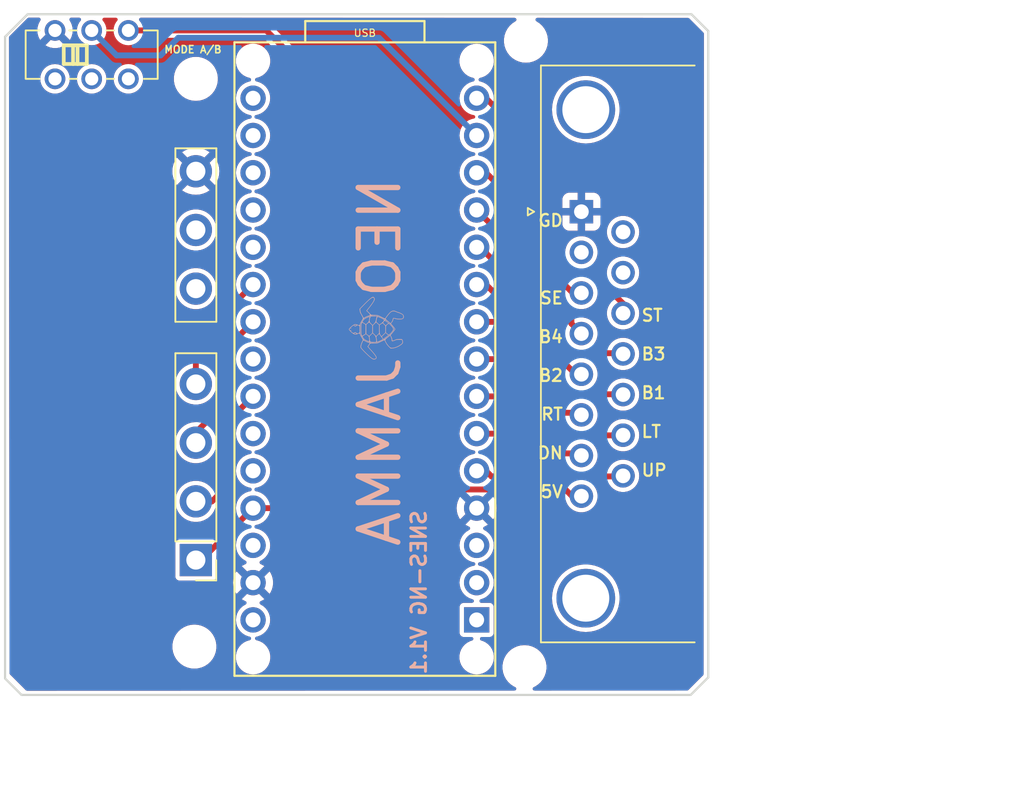
<source format=kicad_pcb>
(kicad_pcb (version 20221018) (generator pcbnew)
  (layers (0 "F.Cu" signal) (31 "B.Cu" signal) (34 "B.Paste" user) (35 "F.Paste" user) (36 "B.SilkS" user "B.Silkscreen") (37 "F.SilkS" user "F.Silkscreen") (38 "B.Mask" user) (39 "F.Mask" user) (44 "Edge.Cuts" user))
  (net 0 "")
  (net 1 "+5V")
  (net 2 "~")
  (net 3 "OUT_B4")
  (net 4 "OUT_B2")
  (net 5 "OUT_RIGHT")
  (net 6 "OUT_DOWN")
  (net 7 "OUT_START")
  (net 8 "OUT_B3")
  (net 9 "OUT_B1")
  (net 10 "OUT_LEFT")
  (net 11 "OUT_UP")
  (net 12 "LATCH_OUT")
  (net 14 "unconnected-(XA1-PadA1)")
  (net 15 "DATA_IN")
  (net 16 "CLK_OUT")
  (net 17 "OUT_SELECT")
  (net 24 "SWITCH_1")
  (footprint "Connectors_DSub:DSUB-15_Female_Horizontal_Pitch2.77x2.84mm_EdgePinOffset4.94mm_Housed_MountingHolesOffset7.48mm" (layer "F.Cu") (at 165.48 93.455 90)
    (fp_text reference "J3" (at -9.695 2.82 90) (layer "F.SilkS") (effects (font (size 0.127 0.127) (thickness 0.03175))))
    (fp_text value "DB15_Female")
    (fp_line (start -29.355 -2.76) (end 9.965 -2.76) (stroke (width 0.12)) (layer "F.SilkS"))
    (fp_line (start -29.355 7.72) (end -29.355 -2.76) (stroke (width 0.12)) (layer "F.SilkS"))
    (fp_line (start -0.25 -3.654338) (end 0.25 -3.654338) (stroke (width 0.12)) (layer "F.SilkS"))
    (fp_line (start 0 -3.221325) (end -0.25 -3.654338) (stroke (width 0.12)) (layer "F.SilkS"))
    (fp_line (start 0.25 -3.654338) (end 0 -3.221325) (stroke (width 0.12)) (layer "F.SilkS"))
    (fp_line (start 9.965 -2.76) (end 9.965 7.72) (stroke (width 0.12)) (layer "F.SilkS"))
    (pad "0" thru_hole circle (at -26.345 0.3 90) (size 4 4) (drill 3.2) (layers "*.Cu" "*.Mask"))
    (pad "0" thru_hole circle (at 6.955 0.3 90) (size 4 4) (drill 3.2) (layers "*.Cu" "*.Mask"))
    (pad "1" thru_hole rect (at 0 0 90) (size 1.6 1.6) (drill 1) (layers "*.Cu" "*.Mask") (net 2 "~"))
    (pad "2" thru_hole circle (at -2.77 0 90) (size 1.6 1.6) (drill 1) (layers "*.Cu" "*.Mask"))
    (pad "3" thru_hole circle (at -5.54 0 90) (size 1.6 1.6) (drill 1) (layers "*.Cu" "*.Mask") (net 17 "OUT_SELECT"))
    (pad "4" thru_hole circle (at -8.31 0 90) (size 1.6 1.6) (drill 1) (layers "*.Cu" "*.Mask") (net 3 "OUT_B4"))
    (pad "5" thru_hole circle (at -11.08 0 90) (size 1.6 1.6) (drill 1) (layers "*.Cu" "*.Mask") (net 4 "OUT_B2"))
    (pad "6" thru_hole circle (at -13.85 0 90) (size 1.6 1.6) (drill 1) (layers "*.Cu" "*.Mask") (net 5 "OUT_RIGHT"))
    (pad "7" thru_hole circle (at -16.62 0 90) (size 1.6 1.6) (drill 1) (layers "*.Cu" "*.Mask") (net 6 "OUT_DOWN"))
    (pad "8" thru_hole circle (at -19.39 0 90) (size 1.6 1.6) (drill 1) (layers "*.Cu" "*.Mask") (net 1 "+5V"))
    (pad "9" thru_hole circle (at -1.385 2.84 90) (size 1.6 1.6) (drill 1) (layers "*.Cu" "*.Mask"))
    (pad "10" thru_hole circle (at -4.155 2.84 90) (size 1.6 1.6) (drill 1) (layers "*.Cu" "*.Mask"))
    (pad "11" thru_hole circle (at -6.925 2.84 90) (size 1.6 1.6) (drill 1) (layers "*.Cu" "*.Mask") (net 7 "OUT_START"))
    (pad "12" thru_hole circle (at -9.695 2.84 90) (size 1.6 1.6) (drill 1) (layers "*.Cu" "*.Mask") (net 8 "OUT_B3"))
    (pad "13" thru_hole circle (at -12.465 2.84 90) (size 1.6 1.6) (drill 1) (layers "*.Cu" "*.Mask") (net 9 "OUT_B1"))
    (pad "14" thru_hole circle (at -15.235 2.84 90) (size 1.6 1.6) (drill 1) (layers "*.Cu" "*.Mask") (net 10 "OUT_LEFT"))
    (pad "15" thru_hole circle (at -18.005 2.84 90) (size 1.6 1.6) (drill 1) (layers "*.Cu" "*.Mask") (net 11 "OUT_UP"))
  )
  (footprint "Arduino:Arduino_Nano_Socket" (layer "F.Cu") (at 150.72 81.91 180)
    (fp_text reference "XA1" hide)
    (fp_text value "Arduino_Nano_Socket")
    (fp_text user "3.3V" (at 7.56 -6.385 270) (layer "F.SilkS") (effects (font (size 0.127 0.127) (thickness 0.03175))))
    (fp_text user "USB" (at 0 0.635 180) (layer "F.SilkS") (effects (font (size 0.5 0.5) (thickness 0.075))))
    (fp_line (start -8.89 -43.18) (end -8.89 0) (stroke (width 0.15)) (layer "F.SilkS"))
    (fp_line (start -8.89 -43.18) (end 8.89 -43.18) (stroke (width 0.15)) (layer "F.SilkS"))
    (fp_line (start -8.89 0) (end 8.89 0) (stroke (width 0.15)) (layer "F.SilkS"))
    (fp_line (start -4.064 0) (end -4.064 1.45) (stroke (width 0.15)) (layer "F.SilkS"))
    (fp_line (start -4.064 1.45) (end 4.064 1.45) (stroke (width 0.15)) (layer "F.SilkS"))
    (fp_line (start 4.064 1.45) (end 4.064 0) (stroke (width 0.15)) (layer "F.SilkS"))
    (fp_line (start 8.89 -43.18) (end 8.89 0) (stroke (width 0.15)) (layer "F.SilkS"))
    (pad "" np_thru_hole circle (at -7.62 -41.91 180) (size 1.85 1.85) (drill 1.85) (layers "*.Cu" "*.Mask"))
    (pad "" np_thru_hole circle (at -7.62 -1.27 180) (size 1.85 1.85) (drill 1.85) (layers "*.Cu" "*.Mask"))
    (pad "" np_thru_hole circle (at 7.62 -41.91 180) (size 1.85 1.85) (drill 1.85) (layers "*.Cu" "*.Mask"))
    (pad "" np_thru_hole circle (at 7.62 -1.27 180) (size 1.85 1.85) (drill 1.85) (layers "*.Cu" "*.Mask"))
    (pad "3V3" thru_hole circle (at 7.62 -6.35 180) (size 1.7272 1.7272) (drill 1.016) (layers "*.Cu" "*.Mask"))
    (pad "5V" thru_hole circle (at 7.62 -31.75 180) (size 1.7272 1.7272) (drill 1.016) (layers "*.Cu" "*.Mask") (net 1 "+5V"))
    (pad "A0" thru_hole circle (at 7.62 -11.43 180) (size 1.7272 1.7272) (drill 1.016) (layers "*.Cu" "*.Mask"))
    (pad "A1" thru_hole circle (at 7.62 -13.97 180) (size 1.7272 1.7272) (drill 1.016) (layers "*.Cu" "*.Mask") (net 14 "unconnected-(XA1-PadA1)"))
    (pad "A2" thru_hole circle (at 7.62 -16.51 180) (size 1.7272 1.7272) (drill 1.016) (layers "*.Cu" "*.Mask") (net 15 "DATA_IN"))
    (pad "A3" thru_hole circle (at 7.62 -19.05 180) (size 1.7272 1.7272) (drill 1.016) (layers "*.Cu" "*.Mask") (net 12 "LATCH_OUT"))
    (pad "A4" thru_hole circle (at 7.62 -21.59 180) (size 1.7272 1.7272) (drill 1.016) (layers "*.Cu" "*.Mask"))
    (pad "A5" thru_hole circle (at 7.62 -24.13 180) (size 1.7272 1.7272) (drill 1.016) (layers "*.Cu" "*.Mask") (net 16 "CLK_OUT"))
    (pad "A6" thru_hole circle (at 7.62 -26.67 180) (size 1.7272 1.7272) (drill 1.016) (layers "*.Cu" "*.Mask"))
    (pad "A7" thru_hole circle (at 7.62 -29.21 180) (size 1.7272 1.7272) (drill 1.016) (layers "*.Cu" "*.Mask"))
    (pad "AREF" thru_hole circle (at 7.62 -8.89 180) (size 1.7272 1.7272) (drill 1.016) (layers "*.Cu" "*.Mask"))
    (pad "D0" thru_hole circle (at -7.62 -36.83 180) (size 1.7272 1.7272) (drill 1.016) (layers "*.Cu" "*.Mask"))
    (pad "D1" thru_hole rect (at -7.62 -39.37 180) (size 1.7272 1.7272) (drill 1.016) (layers "*.Cu" "*.Mask"))
    (pad "D2" thru_hole circle (at -7.62 -29.21 180) (size 1.7272 1.7272) (drill 1.016) (layers "*.Cu" "*.Mask") (net 11 "OUT_UP"))
    (pad "D3" thru_hole circle (at -7.62 -26.67 180) (size 1.7272 1.7272) (drill 1.016) (layers "*.Cu" "*.Mask") (net 6 "OUT_DOWN"))
    (pad "D4" thru_hole circle (at -7.62 -24.13 180) (size 1.7272 1.7272) (drill 1.016) (layers "*.Cu" "*.Mask") (net 10 "OUT_LEFT"))
    (pad "D5" thru_hole circle (at -7.62 -21.59 180) (size 1.7272 1.7272) (drill 1.016) (layers "*.Cu" "*.Mask") (net 5 "OUT_RIGHT"))
    (pad "D6" thru_hole circle (at -7.62 -19.05 180) (size 1.7272 1.7272) (drill 1.016) (layers "*.Cu" "*.Mask") (net 9 "OUT_B1"))
    (pad "D7" thru_hole circle (at -7.62 -16.51 180) (size 1.7272 1.7272) (drill 1.016) (layers "*.Cu" "*.Mask") (net 4 "OUT_B2"))
    (pad "D8" thru_hole circle (at -7.62 -13.97 180) (size 1.7272 1.7272) (drill 1.016) (layers "*.Cu" "*.Mask") (net 8 "OUT_B3"))
    (pad "D9" thru_hole circle (at -7.62 -11.43 180) (size 1.7272 1.7272) (drill 1.016) (layers "*.Cu" "*.Mask") (net 3 "OUT_B4"))
    (pad "D10" thru_hole circle (at -7.62 -8.89 180) (size 1.7272 1.7272) (drill 1.016) (layers "*.Cu" "*.Mask") (net 17 "OUT_SELECT"))
    (pad "D11" thru_hole circle (at -7.62 -6.35 180) (size 1.7272 1.7272) (drill 1.016) (layers "*.Cu" "*.Mask") (net 24 "SWITCH_1"))
    (pad "D12" thru_hole circle (at -7.62 -3.81 180) (size 1.7272 1.7272) (drill 1.016) (layers "*.Cu" "*.Mask") (net 7 "OUT_START"))
    (pad "D13" thru_hole circle (at 7.62 -3.81 180) (size 1.7272 1.7272) (drill 1.016) (layers "*.Cu" "*.Mask"))
    (pad "GND1" thru_hole circle (at -7.62 -31.75 180) (size 1.7272 1.7272) (drill 1.016) (layers "*.Cu" "*.Mask") (net 2 "~"))
    (pad "GND2" thru_hole circle (at 7.62 -36.83 180) (size 1.7272 1.7272) (drill 1.016) (layers "*.Cu" "*.Mask") (net 2 "~"))
    (pad "RST1" thru_hole circle (at -7.62 -34.29 180) (size 1.7272 1.7272) (drill 1.016) (layers "*.Cu" "*.Mask"))
    (pad "RST2" thru_hole circle (at 7.62 -34.29 180) (size 1.7272 1.7272) (drill 1.016) (layers "*.Cu" "*.Mask"))
    (pad "VIN" thru_hole circle (at 7.62 -39.37 180) (size 1.7272 1.7272) (drill 1.016) (layers "*.Cu" "*.Mask"))
  )
  (footprint "SNES_Controller_Port:SNES_controller_port" (layer "F.Cu") (at 139.2 117.2 180)
    (fp_text reference "J2" (at 0 12.01 180) (layer "F.SilkS") (effects (font (size 0.127 0.127) (thickness 0.03175))))
    (fp_text value "Conn_01x07")
    (fp_line (start -1.397 1.27) (end -1.397 14.097) (stroke (width 0.127)) (layer "F.SilkS"))
    (fp_line (start -1.397 14.097) (end 1.397 14.097) (stroke (width 0.127)) (layer "F.SilkS"))
    (fp_line (start -1.397 16.24) (end -1.397 28.067) (stroke (width 0.127)) (layer "F.SilkS"))
    (fp_line (start -1.397 28.067) (end 1.397 28.067) (stroke (width 0.127)) (layer "F.SilkS"))
    (fp_line (start -1.39 -1.39) (end 0 -1.39) (stroke (width 0.12)) (layer "F.SilkS"))
    (fp_line (start -1.39 0) (end -1.39 -1.39) (stroke (width 0.12)) (layer "F.SilkS"))
    (fp_line (start 1.39 1.27) (end -1.39 1.27) (stroke (width 0.12)) (layer "F.SilkS"))
    (fp_line (start 1.39 16.24) (end -1.39 16.24) (stroke (width 0.12)) (layer "F.SilkS"))
    (fp_line (start 1.397 14.097) (end 1.397 1.27) (stroke (width 0.127)) (layer "F.SilkS"))
    (fp_line (start 1.397 28.067) (end 1.397 16.24) (stroke (width 0.127)) (layer "F.SilkS"))
    (pad "1" thru_hole rect (at 0 0 180) (size 2.2 2.2) (drill 1.3) (layers "*.Cu" "*.Mask") (net 1 "+5V"))
    (pad "2" thru_hole circle (at 0 4 180) (size 2.2 2.2) (drill 1.3) (layers "*.Cu" "*.Mask") (net 16 "CLK_OUT"))
    (pad "3" thru_hole circle (at 0 8 180) (size 2.2 2.2) (drill 1.3) (layers "*.Cu" "*.Mask") (net 12 "LATCH_OUT"))
    (pad "4" thru_hole circle (at 0 12 180) (size 2.2 2.2) (drill 1.3) (layers "*.Cu" "*.Mask") (net 15 "DATA_IN"))
    (pad "5" thru_hole circle (at 0 18.5 180) (size 2.2 2.2) (drill 1.3) (layers "*.Cu" "*.Mask"))
    (pad "6" thru_hole circle (at 0 22.5 180) (size 2.2 2.2) (drill 1.3) (layers "*.Cu" "*.Mask"))
    (pad "7" thru_hole circle (at 0 26.5 180) (size 2.2 2.2) (drill 1.3) (layers "*.Cu" "*.Mask") (net 2 "~"))
  )
  (footprint "JS202011CQN:JS202011CQN" (layer "F.Cu") (at 132.1 82.75)
    (fp_text reference "SW1" (at 0 -1.7) (layer "F.SilkS") (effects (font (size 0.127 0.127) (thickness 0.03175))))
    (fp_text value "SW_SPDT" hide)
    (fp_line (start -4.5 1.65) (end -4.5 -1.65) (stroke (width 0.127)) (layer "F.SilkS"))
    (fp_line (start -4.445 -1.651) (end -3.556 -1.651) (stroke (width 0.127)) (layer "F.SilkS"))
    (fp_line (start -4.445 1.651) (end -3.556 1.651) (stroke (width 0.127)) (layer "F.SilkS"))
    (fp_line (start -1.905 -0.635) (end -1.905 0.635) (stroke (width 0.254)) (layer "F.SilkS"))
    (fp_line (start -1.905 0.635) (end -1.27 0.635) (stroke (width 0.254)) (layer "F.SilkS"))
    (fp_line (start -1.524 -1.651) (end -1.016 -1.651) (stroke (width 0.127)) (layer "F.SilkS"))
    (fp_line (start -1.524 1.651) (end -1.016 1.651) (stroke (width 0.127)) (layer "F.SilkS"))
    (fp_line (start -1.27 -0.635) (end -1.905 -0.635) (stroke (width 0.254)) (layer "F.SilkS"))
    (fp_line (start -1.27 -0.635) (end -1.27 0.635) (stroke (width 0.254)) (layer "F.SilkS"))
    (fp_line (start -1.27 0.635) (end -0.9652 0.635) (stroke (width 0.254)) (layer "F.SilkS"))
    (fp_line (start -0.9652 -0.635) (end -1.27 -0.635) (stroke (width 0.254)) (layer "F.SilkS"))
    (fp_line (start -0.9652 -0.635) (end -0.9652 0.635) (stroke (width 0.254)) (layer "F.SilkS"))
    (fp_line (start -0.9652 0.635) (end -0.3302 0.635) (stroke (width 0.254)) (layer "F.SilkS"))
    (fp_line (start -0.3302 -0.635) (end -0.9652 -0.635) (stroke (width 0.254)) (layer "F.SilkS"))
    (fp_line (start -0.3302 0.635) (end -0.3302 -0.635) (stroke (width 0.254)) (layer "F.SilkS"))
    (fp_line (start 1.016 -1.651) (end 1.524 -1.651) (stroke (width 0.127)) (layer "F.SilkS"))
    (fp_line (start 1.016 1.651) (end 1.524 1.651) (stroke (width 0.127)) (layer "F.SilkS"))
    (fp_line (start 4.445 -1.651) (end 3.556 -1.651) (stroke (width 0.127)) (layer "F.SilkS"))
    (fp_line (start 4.445 1.651) (end 3.556 1.651) (stroke (width 0.127)) (layer "F.SilkS"))
    (fp_line (start 4.5 -1.65) (end 4.5 1.65) (stroke (width 0.127)) (layer "F.SilkS"))
    (pad "1" thru_hole circle (at -2.5 -1.65 90) (size 1.408 1.408) (drill 0.9) (layers "*.Cu" "*.Mask") (net 2 "~"))
    (pad "2" thru_hole circle (at 0 -1.65 90) (size 1.408 1.408) (drill 0.9) (layers "*.Cu" "*.Mask") (net 24 "SWITCH_1"))
    (pad "3" thru_hole circle (at 2.5 -1.65 90) (size 1.408 1.408) (drill 0.9) (layers "*.Cu" "*.Mask") (net 1 "+5V"))
    (pad "4" thru_hole circle (at -2.5 1.65 90) (size 1.408 1.408) (drill 0.9) (layers "*.Cu" "*.Mask"))
    (pad "5" thru_hole circle (at 0 1.65 90) (size 1.408 1.408) (drill 0.9) (layers "*.Cu" "*.Mask"))
    (pad "6" thru_hole circle (at 2.5 1.65 90) (size 1.408 1.408) (drill 0.9) (layers "*.Cu" "*.Mask"))
  )
  (footprint "MountingHole:MountingHole_2.5mm" (layer "F.Cu") (at 139.2 84.4)
    (fp_text reference "H1" hide)
    (fp_text value "Conn_01x01")
    (pad "" np_thru_hole circle (at 0 0) (size 2.5 2.5) (drill 2.5) (layers "*.Cu" "*.Mask"))
  )
  (footprint "MountingHole:MountingHole_2.5mm" (layer "F.Cu") (at 161.6 124.5)
    (fp_text reference "H4" hide)
    (fp_text value "Conn_01x01")
    (pad "" np_thru_hole circle (at 0 0) (size 2.5 2.5) (drill 2.5) (layers "*.Cu" "*.Mask"))
  )
  (footprint "MountingHole:MountingHole_2.5mm" (layer "F.Cu") (at 139.1 123.1)
    (fp_text reference "H2" hide)
    (fp_text value "Conn_01x01")
    (pad "" np_thru_hole circle (at 0 0) (size 2.5 2.5) (drill 2.5) (layers "*.Cu" "*.Mask"))
  )
  (footprint "MountingHole:MountingHole_2.5mm" (layer "F.Cu") (at 161.7 81.8)
    (fp_text reference "H3" hide)
    (fp_text value "Conn_01x01")
    (pad "" np_thru_hole circle (at 0 0) (size 2.5 2.5) (drill 2.5) (layers "*.Cu" "*.Mask"))
  )
  (footprint "tortule:logo" (layer "B.Cu") (at 151.49 101.45 -90)
    (fp_text reference "HONU1" hide)
    (fp_text value "Conn_01x01" hide)
    (fp_poly (pts (xy 0.097675 1.742326) (xy 0.124729 1.718715) (xy 0.127 1.713001) (xy 0.114945 1.702562) (xy 0.089849 1.725954) (xy 0.086474 1.731125) (xy 0.08348 1.748506) (xy 0.097675 1.742326)) (stroke (width 0.01)) (fill solid) (layer "B.SilkS"))
    (fp_poly (pts (xy -0.033369 1.736193) (xy -0.0381 1.7272) (xy -0.062033 1.702943) (xy -0.066499 1.7018) (xy -0.068232 1.718208) (xy -0.0635 1.7272) (xy -0.039568 1.751458) (xy -0.035102 1.7526) (xy -0.033369 1.736193)) (stroke (width 0.01)) (fill solid) (layer "B.SilkS"))
    (fp_poly (pts (xy 0.5715 0.9271) (xy 0.668813 0.854582) (xy 0.735703 0.78228) (xy 0.789017 0.691802) (xy 0.791373 0.686996) (xy 0.873689 0.463773) (xy 0.910071 0.22424) (xy 0.909538 0.057274) (xy 0.89807 -0.064701) (xy 0.875642 -0.16148) (xy 0.835379 -0.258507) (xy 0.8115 -0.305443) (xy 0.687998 -0.512115) (xy 0.534362 -0.725409) (xy 0.364561 -0.92674) (xy 0.272677 -1.02235) (xy 0.186138 -1.105061) (xy 0.123236 -1.156641) (xy 0.073748 -1.183831) (xy 0.027454 -1.193371) (xy 0.0127 -1.1938) (xy -0.034626 -1.18823) (xy -0.082087 -1.167028) (xy -0.139904 -1.123453) (xy -0.218298 -1.050763) (xy -0.247278 -1.02235) (xy -0.38789 -0.871231) (xy -0.358947 -0.871231) (xy -0.328784 -0.916594) (xy -0.265759 -0.980275) (xy -0.228721 -1.015883) (xy -0.128242 -1.105338) (xy -0.047383 -1.155411) (xy 0.024405 -1.167591) (xy 0.097667 -1.14337) (xy 0.182953 -1.084237) (xy 0.193653 -1.075556) (xy 0.266568 -1.010769) (xy 0.329675 -0.94616) (xy 0.355395 -0.914687) (xy 0.403834 -0.846661) (xy 0.327067 -0.75353) (xy 0.250301 -0.6604) (xy 0.015278 -0.6604) (xy -0.097697 -0.661571) (xy -0.171803 -0.666678) (xy -0.218947 -0.678107) (xy -0.251038 -0.698245) (xy -0.269828 -0.71755) (xy -0.327712 -0.784459) (xy -0.358004 -0.831436) (xy -0.358947 -0.871231) (xy -0.38789 -0.871231) (xy -0.405129 -0.852704) (xy -0.556365 -0.664858) (xy -0.614804 -0.5811) (xy -0.5715 -0.5811) (xy -0.55784 -0.61376) (xy -0.522569 -0.672646) (xy -0.487596 -0.724492) (xy -0.403691 -0.843529) (xy -0.318173 -0.745614) (xy -0.232655 -0.6477) (xy -0.237637 -0.642543) (xy 0.257464 -0.642543) (xy 0.338282 -0.739913) (xy 0.385577 -0.795807) (xy 0.417299 -0.831246) (xy 0.42445 -0.837742) (xy 0.440703 -0.818903) (xy 0.479728 -0.768077) (xy 0.534539 -0.694447) (xy 0.56415 -0.65405) (xy 0.681257 -0.485277) (xy 0.767719 -0.340444) (xy 0.829823 -0.208608) (xy 0.848608 -0.158894) (xy 0.883844 -0.059024) (xy 0.5207 -0.002566) (xy 0.42545 -0.095337) (xy 0.371802 -0.150042) (xy 0.337314 -0.189924) (xy 0.330326 -0.202004) (xy 0.35004 -0.221666) (xy 0.4019 -0.260591) (xy 0.475181 -0.310784) (xy 0.48429 -0.316781) (xy 0.564919 -0.371998) (xy 0.630619 -0.421236) (xy 0.66763 -0.454162) (xy 0.668313 -0.454986) (xy 0.669748 -0.465159) (xy 0.638443 -0.447676) (xy 0.615541 -0.431576) (xy 0.532582 -0.370842) (xy 0.395023 -0.506692) (xy 0.257464 -0.642543) (xy -0.237637 -0.642543) (xy -0.324218 -0.552925) (xy -0.415782 -0.458151) (xy -0.493641 -0.507448) (xy -0.545035 -0.546087) (xy -0.570803 -0.577403) (xy -0.5715 -0.5811) (xy -0.614804 -0.5811) (xy -0.689144 -0.474554) (xy -0.789983 -0.300781) (xy -0.858933 -0.111962) (xy -0.861786 -0.091463) (xy -0.829999 -0.091463) (xy -0.82588 -0.130224) (xy -0.803096 -0.199614) (xy -0.767728 -0.285895) (xy -0.725855 -0.375332) (xy -0.683559 -0.454186) (xy -0.646919 -0.508721) (xy -0.643645 -0.512481) (xy -0.614476 -0.538466) (xy -0.584406 -0.538213) (xy -0.534804 -0.510192) (xy -0.523133 -0.502586) (xy -0.461364 -0.449597) (xy -0.450832 -0.437653) (xy -0.410995 -0.437653) (xy -0.314643 -0.536326) (xy -0.218291 -0.635) (xy 0.243035 -0.635) (xy 0.513479 -0.361154) (xy 0.415943 -0.294877) (xy 0.370419 -0.266238) (xy 0.326499 -0.247287) (xy 0.272412 -0.236039) (xy 0.196389 -0.230511) (xy 0.08666 -0.228717) (xy 0.022879 -0.2286) (xy -0.27265 -0.2286) (xy -0.341822 -0.333126) (xy -0.410995 -0.437653) (xy -0.450832 -0.437653) (xy -0.394849 -0.374168) (xy -0.363737 -0.331239) (xy -0.285601 -0.21316) (xy -0.385487 -0.106078) (xy -0.485372 0.001005) (xy -0.651013 -0.02784) (xy -0.740973 -0.048184) (xy -0.805245 -0.071811) (xy -0.829999 -0.091463) (xy -0.861786 -0.091463) (xy -0.888049 0.097231) (xy -0.885846 0.143333) (xy -0.863212 0.143333) (xy -0.862344 0.043815) (xy -0.857778 -0.014118) (xy -0.847288 -0.039657) (xy -0.828652 -0.041996) (xy -0.81915 -0.038783) (xy -0.770815 -0.025173) (xy -0.691762 -0.008019) (xy -0.6223 0.004872) (xy -0.618811 0.005682) (xy -0.462201 0.005682) (xy -0.273489 -0.2032) (xy 0.29449 -0.2032) (xy 0.393766 -0.101531) (xy 0.493043 0.000137) (xy 0.380933 0.114369) (xy 0.268823 0.2286) (xy -0.243424 0.2286) (xy -0.352812 0.117141) (xy -0.462201 0.005682) (xy -0.618811 0.005682) (xy -0.521007 0.028384) (xy -0.445064 0.0653) (xy -0.369029 0.128352) (xy -0.3619 0.135176) (xy -0.2539 0.239276) (xy -0.257873 0.243325) (xy 0.279299 0.243325) (xy 0.383828 0.136819) (xy 0.459009 0.06903) (xy 0.531244 0.030118) (xy 0.625794 0.006714) (xy 0.631528 0.005716) (xy 0.747498 -0.014023) (xy 0.82217 -0.021976) (xy 0.864584 -0.013212) (xy 0.883778 0.017204) (xy 0.88879 0.074203) (xy 0.888653 0.14605) (xy 0.887176 0.267861) (xy 0.878921 0.348404) (xy 0.857263 0.397213) (xy 0.815578 0.42382) (xy 0.747243 0.437759) (xy 0.680944 0.444988) (xy 0.502988 0.46286) (xy 0.391144 0.353092) (xy 0.279299 0.243325) (xy -0.257873 0.243325) (xy -0.360839 0.348238) (xy -0.436884 0.416916) (xy -0.499182 0.450206) (xy -0.545039 0.456595) (xy -0.639627 0.448703) (xy -0.731757 0.429417) (xy -0.804936 0.403192) (xy -0.841527 0.376487) (xy -0.851716 0.336253) (xy -0.85936 0.260233) (xy -0.863067 0.16343) (xy -0.863212 0.143333) (xy -0.885846 0.143333) (xy -0.877594 0.315981) (xy -0.84658 0.451529) (xy -0.825605 0.451529) (xy -0.814595 0.437866) (xy -0.792634 0.444015) (xy -0.74255 0.45652) (xy -0.664681 0.469179) (xy -0.6223 0.474314) (xy -0.595146 0.479043) (xy -0.464286 0.479043) (xy -0.353855 0.366522) (xy -0.243424 0.254) (xy 0.268823 0.254) (xy 0.376369 0.363582) (xy 0.483914 0.473163) (xy 0.406898 0.579482) (xy 0.329881 0.6858) (xy -0.300532 0.6858) (xy -0.382409 0.582422) (xy -0.464286 0.479043) (xy -0.595146 0.479043) (xy -0.53878 0.488859) (xy -0.477928 0.518937) (xy -0.416584 0.576936) (xy -0.403792 0.591196) (xy -0.312284 0.694572) (xy -0.314862 0.6985) (xy 0.340715 0.6985) (xy 0.418007 0.592954) (xy 0.453567 0.545917) (xy 0.485592 0.514205) (xy 0.525205 0.493795) (xy 0.583532 0.48067) (xy 0.671699 0.470808) (xy 0.78105 0.461779) (xy 0.827872 0.471843) (xy 0.8382 0.494576) (xy 0.8284 0.536943) (xy 0.803056 0.607822) (xy 0.776901 0.670559) (xy 0.713994 0.782257) (xy 0.633223 0.86263) (xy 0.60795 0.880407) (xy 0.543772 0.92107) (xy 0.507718 0.935131) (xy 0.486216 0.925009) (xy 0.472399 0.904561) (xy 0.439458 0.851142) (xy 0.396633 0.784167) (xy 0.392607 0.777988) (xy 0.340715 0.6985) (xy -0.314862 0.6985) (xy -0.365692 0.775934) (xy -0.40894 0.843041) (xy -0.444018 0.899473) (xy -0.447 0.904471) (xy -0.46638 0.930301) (xy -0.490678 0.933662) (xy -0.533463 0.912143) (xy -0.582595 0.880378) (xy -0.677804 0.793054) (xy -0.754432 0.667213) (xy -0.814535 0.501954) (xy -0.825605 0.451529) (xy -0.84658 0.451529) (xy -0.82783 0.533472) (xy -0.765974 0.686996) (xy -0.712875 0.778728) (xy -0.64696 0.851453) (xy -0.551382 0.923566) (xy -0.5461 0.9271) (xy -0.485415 0.967557) (xy -0.441685 0.967557) (xy -0.441391 0.946184) (xy -0.421648 0.905716) (xy -0.38023 0.836676) (xy -0.341823 0.77395) (xy -0.324169 0.747485) (xy -0.303212 0.729726) (xy -0.269693 0.719204) (xy -0.21435 0.71445) (xy -0.127923 0.713995) (xy -0.001152 0.716368) (xy 0.018396 0.7168) (xy 0.339438 0.7239) (xy 0.410714 0.845295) (xy 0.48199 0.966689) (xy 0.417141 0.991345) (xy 0.362461 1.001799) (xy 0.269579 1.009283) (xy 0.151008 1.013803) (xy 0.01926 1.015364) (xy -0.113154 1.013975) (xy -0.233722 1.009641) (xy -0.329932 1.002368) (xy -0.389272 0.992163) (xy -0.392846 0.990926) (xy -0.424761 0.979312) (xy -0.441685 0.967557) (xy -0.485415 0.967557) (xy -0.3937 1.0287) (xy 0.4191 1.0287) (xy 0.5715 0.9271)) (stroke (width 0.01)) (fill solid) (layer "B.SilkS"))
    (fp_poly (pts (xy 0.067268 1.834906) (xy 0.127446 1.784379) (xy 0.196065 1.713654) (xy 0.263256 1.633766) (xy 0.31915 1.555752) (xy 0.353877 1.490645) (xy 0.356074 1.484464) (xy 0.367916 1.424492) (xy 0.361926 1.356884) (xy 0.335628 1.268904) (xy 0.294006 1.165184) (xy 0.294066 1.131309) (xy 0.335852 1.109495) (xy 0.347735 1.106361) (xy 0.405082 1.084165) (xy 0.487044 1.042745) (xy 0.575954 0.991033) (xy 0.576611 0.990623) (xy 0.734123 0.892393) (xy 0.856011 0.949531) (xy 1.022945 1.019193) (xy 1.154818 1.055402) (xy 1.250415 1.057836) (xy 1.258644 1.056033) (xy 1.303159 1.03031) (xy 1.37735 0.969653) (xy 1.477503 0.877411) (xy 1.599904 0.756935) (xy 1.673653 0.681619) (xy 1.815155 0.532882) (xy 1.922335 0.413115) (xy 1.998398 0.317047) (xy 2.046547 0.239407) (xy 2.069985 0.174923) (xy 2.071916 0.118324) (xy 2.055545 0.064339) (xy 2.052629 0.05805) (xy 2.02215 0.008961) (xy 1.984684 -0.018417) (xy 1.936237 -0.022037) (xy 1.872815 0.00015) (xy 1.790425 0.050192) (xy 1.685072 0.130136) (xy 1.552763 0.242031) (xy 1.389505 0.387924) (xy 1.363894 0.411231) (xy 1.205349 0.555762) (xy 1.092039 0.479662) (xy 0.978728 0.403562) (xy 0.978314 0.156976) (xy 0.977162 0.044409) (xy 0.97144 -0.038515) (xy 0.957078 -0.108783) (xy 0.930005 -0.183382) (xy 0.886152 -0.279298) (xy 0.861495 -0.330554) (xy 0.745091 -0.5715) (xy 0.905444 -0.644716) (xy 1.082456 -0.75255) (xy 1.196643 -0.856282) (xy 1.327489 -0.994632) (xy 1.313484 -1.149082) (xy 1.285957 -1.282545) (xy 1.230926 -1.43162) (xy 1.157226 -1.57767) (xy 1.073693 -1.702056) (xy 1.02632 -1.754906) (xy 0.968953 -1.804295) (xy 0.919952 -1.822901) (xy 0.855046 -1.818869) (xy 0.842078 -1.816755) (xy 0.769246 -1.797069) (xy 0.716511 -1.769841) (xy 0.709042 -1.7627) (xy 0.69514 -1.718107) (xy 0.689842 -1.639741) (xy 0.692149 -1.543711) (xy 0.701063 -1.446128) (xy 0.715585 -1.363101) (xy 0.734717 -1.310742) (xy 0.737269 -1.307293) (xy 0.762954 -1.258793) (xy 0.785615 -1.188737) (xy 0.787237 -1.18182) (xy 0.797898 -1.122497) (xy 0.786502 -1.097378) (xy 0.743104 -1.091334) (xy 0.727575 -1.091052) (xy 0.656555 -1.078377) (xy 0.570266 -1.047723) (xy 0.534856 -1.030889) (xy 0.422013 -0.971874) (xy 0.236533 -1.133637) (xy 0.152923 -1.203338) (xy 0.080374 -1.257964) (xy 0.029176 -1.290053) (xy 0.013478 -1.2954) (xy -0.021592 -1.279649) (xy -0.083429 -1.23754) (xy -0.16112 -1.17679) (xy -0.197078 -1.146518) (xy -0.370061 -0.997637) (xy -0.457954 -1.071013) (xy -0.53635 -1.121483) (xy -0.621557 -1.15542) (xy -0.641223 -1.159641) (xy -0.702184 -1.170122) (xy -0.734666 -1.177137) (xy -0.736326 -1.177996) (xy -0.72949 -1.201772) (xy -0.712279 -1.259303) (xy -0.698226 -1.305786) (xy -0.673939 -1.417185) (xy -0.662089 -1.539982) (xy -0.662624 -1.658916) (xy -0.675494 -1.758723) (xy -0.699941 -1.823148) (xy -0.759252 -1.868062) (xy -0.839912 -1.881718) (xy -0.92326 -1.864161) (xy -0.984462 -1.82245) (xy -1.021686 -1.770618) (xy -1.064583 -1.694182) (xy -1.1047 -1.610583) (xy -1.133585 -1.537264) (xy -1.143 -1.495267) (xy -1.153306 -1.459174) (xy -1.17932 -1.396594) (xy -1.1938 -1.365602) (xy -1.238964 -1.239717) (xy -1.239173 -1.222597) (xy -1.214503 -1.222597) (xy -1.173619 -1.354554) (xy -1.1684 -1.365602) (xy -1.137818 -1.433876) (xy -1.119716 -1.483899) (xy -1.1176 -1.495267) (xy -1.106315 -1.540752) (xy -1.077894 -1.612659) (xy -1.040496 -1.693355) (xy -1.002275 -1.765206) (xy -0.972148 -1.80975) (xy -0.915204 -1.843856) (xy -0.840182 -1.855459) (xy -0.767338 -1.844923) (xy -0.716928 -1.812613) (xy -0.712094 -1.805069) (xy -0.69455 -1.74056) (xy -0.687043 -1.642703) (xy -0.689222 -1.527877) (xy -0.700737 -1.412459) (xy -0.721238 -1.312829) (xy -0.72272 -1.3078) (xy -0.741933 -1.234121) (xy -0.750202 -1.181534) (xy -0.748736 -1.167487) (xy -0.718738 -1.152178) (xy -0.658906 -1.137194) (xy -0.645956 -1.134937) (xy -0.564199 -1.108877) (xy -0.481214 -1.063912) (xy -0.46836 -1.054646) (xy -0.382642 -0.989266) (xy -0.524757 -0.812133) (xy -0.59041 -0.733379) (xy -0.645757 -0.67262) (xy -0.682325 -0.638921) (xy -0.690388 -0.635) (xy -0.726652 -0.650595) (xy -0.790288 -0.691924) (xy -0.870849 -0.750801) (xy -0.957889 -0.819041) (xy -1.040965 -0.888456) (xy -1.109628 -0.950863) (xy -1.153053 -0.997571) (xy -1.207697 -1.104774) (xy -1.214503 -1.222597) (xy -1.239173 -1.222597) (xy -1.240301 -1.130719) (xy -1.196534 -1.02774) (xy -1.146384 -0.962371) (xy -1.076116 -0.892154) (xy -0.982205 -0.810803) (xy -0.883699 -0.734716) (xy -0.873334 -0.727325) (xy -0.6985 -0.603858) (xy -0.8255 -0.349295) (xy -0.88079 -0.236924) (xy -0.917131 -0.154475) (xy -0.938499 -0.08654) (xy -0.948867 -0.017706) (xy -0.952211 0.067437) (xy -0.952425 0.123508) (xy -0.925585 0.123508) (xy -0.923506 0.020885) (xy -0.916057 -0.057207) (xy -0.898923 -0.127419) (xy -0.86779 -0.206402) (xy -0.818341 -0.310809) (xy -0.807111 -0.333692) (xy -0.737634 -0.462579) (xy -0.653627 -0.600386) (xy -0.569701 -0.723605) (xy -0.541926 -0.760369) (xy -0.463062 -0.853971) (xy -0.37077 -0.952788) (xy -0.272985 -1.049529) (xy -0.177641 -1.136903) (xy -0.092673 -1.20762) (xy -0.026016 -1.254388) (xy 0.0127 -1.27) (xy 0.047587 -1.254109) (xy 0.109558 -1.21144) (xy 0.188207 -1.149494) (xy 0.235153 -1.109619) (xy 0.385836 -0.958049) (xy 0.437917 -0.958049) (xy 0.549838 -1.012424) (xy 0.636902 -1.045741) (xy 0.722889 -1.064946) (xy 0.749344 -1.0668) (xy 0.807603 -1.070005) (xy 0.828011 -1.089443) (xy 0.823496 -1.139849) (xy 0.82177 -1.14935) (xy 0.798319 -1.229405) (xy 0.76768 -1.294145) (xy 0.741753 -1.369913) (xy 0.728245 -1.493908) (xy 0.726325 -1.559329) (xy 0.725971 -1.660462) (xy 0.729976 -1.722137) (xy 0.741471 -1.755681) (xy 0.763586 -1.772421) (xy 0.7874 -1.780302) (xy 0.882334 -1.799049) (xy 0.951289 -1.787302) (xy 1.012186 -1.740122) (xy 1.037305 -1.711436) (xy 1.136117 -1.568881) (xy 1.216542 -1.408815) (xy 1.270502 -1.249347) (xy 1.288064 -1.149305) (xy 1.294167 -1.065205) (xy 1.288892 -1.009293) (xy 1.265346 -0.962091) (xy 1.216634 -0.904121) (xy 1.191638 -0.876897) (xy 1.107956 -0.800812) (xy 1.001975 -0.724728) (xy 0.890691 -0.659273) (xy 0.791101 -0.615073) (xy 0.757755 -0.605597) (xy 0.72046 -0.621477) (xy 0.661105 -0.67747) (xy 0.583478 -0.769959) (xy 0.577638 -0.777474) (xy 0.437917 -0.958049) (xy 0.385836 -0.958049) (xy 0.479748 -0.863585) (xy 0.689621 -0.5844) (xy 0.833987 -0.330637) (xy 0.887447 -0.219528) (xy 0.921817 -0.137353) (xy 0.941299 -0.067898) (xy 0.950094 0.00505) (xy 0.952405 0.097705) (xy 0.952461 0.126563) (xy 0.938987 0.317327) (xy 0.901267 0.504626) (xy 0.843453 0.672399) (xy 0.781528 0.787783) (xy 0.730422 0.844667) (xy 0.691896 0.877509) (xy 0.768447 0.877509) (xy 0.776092 0.854334) (xy 0.802245 0.79923) (xy 0.835726 0.734581) (xy 0.879071 0.645082) (xy 0.913184 0.559717) (xy 0.926547 0.51435) (xy 0.943483 0.458381) (xy 0.961707 0.432086) (xy 0.963395 0.4318) (xy 0.993966 0.444918) (xy 1.051118 0.478539) (xy 1.094152 0.506481) (xy 1.205349 0.581162) (xy 1.363478 0.436631) (xy 1.533215 0.284032) (xy 1.671416 0.1662) (xy 1.781642 0.081172) (xy 1.867452 0.026986) (xy 1.932405 0.00168) (xy 1.980063 0.003293) (xy 2.013983 0.029863) (xy 2.033462 0.067348) (xy 2.046911 0.123616) (xy 2.041901 0.182608) (xy 2.015077 0.249731) (xy 1.963082 0.330388) (xy 1.882562 0.429987) (xy 1.770161 0.553931) (xy 1.659736 0.669402) (xy 1.534175 0.795916) (xy 1.425655 0.899465) (xy 1.338849 0.975851) (xy 1.278425 1.020876) (xy 1.257428 1.030938) (xy 1.171782 1.032481) (xy 1.054892 1.004928) (xy 0.91548 0.950539) (xy 0.8763 0.932126) (xy 0.8137 0.901257) (xy 0.77432 0.880984) (xy 0.768447 0.877509) (xy 0.691896 0.877509) (xy 0.651617 0.911845) (xy 0.561885 0.975059) (xy 0.559118 0.976797) (xy 0.394872 1.0795) (xy -0.369473 1.0795) (xy -0.533719 0.976797) (xy -0.623521 0.913932) (xy -0.702915 0.846664) (xy -0.755129 0.789248) (xy -0.756129 0.787783) (xy -0.829751 0.645144) (xy -0.885029 0.469431) (xy -0.917969 0.276301) (xy -0.925585 0.123508) (xy -0.952425 0.123508) (xy -0.9525 0.143117) (xy -0.95549 0.271924) (xy -0.96442 0.351319) (xy -0.979228 0.380796) (xy -0.980775 0.380983) (xy -1.01127 0.398362) (xy -1.064021 0.443903) (xy -1.127512 0.507647) (xy -1.245975 0.634293) (xy -1.429438 0.486511) (xy -1.600101 0.353591) (xy -1.749905 0.246136) (xy -1.87492 0.166652) (xy -1.971215 0.117647) (xy -2.033139 0.1016) (xy -2.104853 0.118114) (xy -2.161098 0.159092) (xy -2.184391 0.211686) (xy -2.184401 0.212742) (xy -2.183772 0.214641) (xy -2.149763 0.214641) (xy -2.137663 0.17014) (xy -2.13555 0.16745) (xy -2.080142 0.131858) (xy -2.002523 0.134706) (xy -1.899688 0.176668) (xy -1.787304 0.245565) (xy -1.681386 0.320414) (xy -1.559908 0.410519) (xy -1.44623 0.49849) (xy -1.427924 0.513138) (xy -1.242948 0.662147) (xy -1.12128 0.529827) (xy -1.040599 0.451175) (xy -0.981154 0.416393) (xy -0.93909 0.42518) (xy -0.910553 0.477235) (xy -0.901525 0.512634) (xy -0.879285 0.583126) (xy -0.84137 0.672721) (xy -0.813613 0.728515) (xy -0.743366 0.86013) (xy -0.860633 0.919015) (xy -0.944797 0.963472) (xy -1.021676 1.00762) (xy -1.046853 1.023441) (xy -1.114172 1.053925) (xy -1.203822 1.077857) (xy -1.242782 1.08402) (xy -1.369759 1.099058) (xy -1.711069 0.763508) (xy -1.871517 0.601583) (xy -1.993765 0.468325) (xy -2.079659 0.361143) (xy -2.131043 0.277445) (xy -2.149763 0.214641) (xy -2.183772 0.214641) (xy -2.164509 0.272758) (xy -2.105632 0.362397) (xy -2.008967 0.480202) (xy -1.875711 0.624714) (xy -1.707061 0.794478) (xy -1.704314 0.797165) (xy -1.369512 1.124429) (xy -1.240867 1.109193) (xy -1.16093 1.095914) (xy -1.100711 1.079069) (xy -1.083161 1.070037) (xy -1.045258 1.045496) (xy -0.980017 1.008837) (xy -0.901774 0.967459) (xy -0.824865 0.928761) (xy -0.763624 0.900141) (xy -0.732418 0.889) (xy -0.703494 0.901611) (xy -0.64388 0.934924) (xy -0.56561 0.982161) (xy -0.552725 0.990204) (xy -0.461106 1.042908) (xy -0.374102 1.085007) (xy -0.310085 1.107642) (xy -0.308565 1.107958) (xy -0.252797 1.125491) (xy -0.239091 1.151344) (xy -0.243329 1.165504) (xy -0.289445 1.281799) (xy -0.313009 1.366627) (xy -0.313412 1.374281) (xy -0.293015 1.374281) (xy -0.277074 1.340594) (xy -0.246378 1.342667) (xy -0.239164 1.347973) (xy -0.206233 1.403965) (xy -0.215532 1.469617) (xy -0.23495 1.498646) (xy -0.253198 1.521146) (xy -0.236287 1.511112) (xy -0.22225 1.500615) (xy -0.182499 1.445356) (xy -0.190163 1.38208) (xy -0.227002 1.334947) (xy -0.257567 1.302019) (xy -0.261692 1.26932) (xy -0.240653 1.215947) (xy -0.234998 1.20401) (xy -0.193792 1.1176) (xy 0.244591 1.1176) (xy 0.285797 1.20401) (xy 0.310769 1.262667) (xy 0.310783 1.297284) (xy 0.284563 1.328763) (xy 0.277801 1.334947) (xy 0.234248 1.398494) (xy 0.23463 1.40325) (xy 0.261711 1.40325) (xy 0.277589 1.357721) (xy 0.30359 1.335854) (xy 0.331322 1.349918) (xy 0.335366 1.356335) (xy 0.346177 1.409614) (xy 0.340871 1.45954) (xy 0.317643 1.513204) (xy 0.2912 1.516961) (xy 0.267219 1.470765) (xy 0.264347 1.460171) (xy 0.261711 1.40325) (xy 0.23463 1.40325) (xy 0.239906 1.46885) (xy 0.265199 1.51415) (xy 0.281832 1.54499) (xy 0.279639 1.575765) (xy 0.253602 1.61825) (xy 0.198704 1.684221) (xy 0.187029 1.697602) (xy 0.122511 1.763976) (xy 0.064323 1.81116) (xy 0.025588 1.8288) (xy -0.017776 1.809307) (xy -0.078142 1.758423) (xy -0.145126 1.687546) (xy -0.208343 1.608074) (xy -0.25741 1.531402) (xy -0.271169 1.503086) (xy -0.291835 1.432266) (xy -0.293015 1.374281) (xy -0.313412 1.374281) (xy -0.316496 1.43273) (xy -0.305275 1.484464) (xy -0.273625 1.547372) (xy -0.21967 1.62446) (xy -0.153278 1.704695) (xy -0.08432 1.77704) (xy -0.022664 1.830461) (xy 0.02182 1.853922) (xy 0.0254 1.8542) (xy 0.067268 1.834906)) (stroke (width 0.01)) (fill solid) (layer "B.SilkS"))
  )
  (gr_line (start 127.37 126.395) (end 172.92 126.395) (stroke (width 0.15)) (layer "Edge.Cuts"))
  (gr_line (start 126.195 125.271) (end 126.195 81.531) (stroke (width 0.15)) (layer "Edge.Cuts"))
  (gr_line (start 127.37 126.394) (end 127.318 126.394) (stroke (width 0.15)) (layer "Edge.Cuts"))
  (gr_line (start 174.132 81.148) (end 172.979 79.995) (stroke (width 0.15)) (layer "Edge.Cuts"))
  (gr_line (start 127.737 79.994) (end 172.977 79.994) (stroke (width 0.15)) (layer "Edge.Cuts"))
  (gr_line (start 126.197 125.273) (end 127.317 126.393) (stroke (width 0.15)) (layer "Edge.Cuts"))
  (gr_line (start 127.734 79.995) (end 126.195 81.534) (stroke (width 0.15)) (layer "Edge.Cuts"))
  (gr_line (start 172.928 126.397) (end 174.128 125.197) (stroke (width 0.15)) (layer "Edge.Cuts"))
  (gr_line (start 174.128 125.198) (end 174.128 81.148) (stroke (width 0.15)) (layer "Edge.Cuts"))
  (gr_text "NEO  JAMMA" (at 151.735 103.7 90) (layer "B.SilkS") (effects (font (size 2.7 2.7) (thickness 0.36)) (justify mirror)))
  (gr_text "SNES-NG V1.1" (at 154.4 119.4 90) (layer "B.SilkS") (effects (font (size 1 1) (thickness 0.2)) (justify mirror)))
  (gr_text "MODE A/B" (at 139 82.4) (layer "F.SilkS") (effects (font (size 0.5 0.5) (thickness 0.1))))
  (gr_text "GD\n\n\n\nSE\n\nB4\n\nB2\n\nRT\n\nDN\n\n5V" (at 164.3 103.3) (layer "F.SilkS") (effects (font (size 0.82 0.82)) (justify right)))
  (gr_text "ST\n\nB3\n\nB1\n\nLT\n\nUP" (at 169.5 105.8) (layer "F.SilkS") (effects (font (size 0.82 0.82)) (justify left)))
  (gr_text "J1" (at 168.408 103.033) (layer "F.SilkS") (effects (font (size 0.127 0.127) (thickness 0.03175))))
  (segment (start 145.4 111.4886) (end 146.3 112.3886) (width 0.4) (layer "F.Cu") (net 1))
  (segment (start 164.3886 112.3886) (end 164.845 112.845) (width 0.4) (layer "F.Cu") (net 1))
  (segment (start 143.36 113.665) (end 143.635 113.665) (width 0.4) (layer "F.Cu") (net 1))
  (segment (start 146.3 112.3886) (end 164.3886 112.3886) (width 0.4) (layer "F.Cu") (net 1))
  (segment (start 146 112.3886) (end 146.3 112.3886) (width 0.4) (layer "F.Cu") (net 1))
  (segment (start 139.56 117.2) (end 143.1 113.66) (width 0.4) (layer "F.Cu") (net 1))
  (segment (start 139.2 117.2) (end 139.56 117.2) (width 0.4) (layer "F.Cu") (net 1))
  (segment (start 134.6 81.1) (end 144 81.1) (width 0.4) (layer "F.Cu") (net 1))
  (segment (start 164.845 112.845) (end 165.48 112.845) (width 0.4) (layer "F.Cu") (net 1))
  (segment (start 144.7286 113.66) (end 146 112.3886) (width 0.4) (layer "F.Cu") (net 1))
  (segment (start 144 81.1) (end 145.4 82.5) (width 0.4) (layer "F.Cu") (net 1))
  (segment (start 143.1 113.66) (end 144.7286 113.66) (width 0.4) (layer "F.Cu") (net 1))
  (segment (start 165.48 112.7) (end 165.1814 112.4014) (width 0.4) (layer "F.Cu") (net 1))
  (segment (start 145.4 82.5) (end 145.4 111.4886) (width 0.4) (layer "F.Cu") (net 1))
  (segment (start 160.2 95.2) (end 160.2 96) (width 0.4) (layer "F.Cu") (net 3))
  (segment (start 158.34 93.34) (end 160.2 95.2) (width 0.4) (layer "F.Cu") (net 3))
  (segment (start 165.48 101.765) (end 164.8 101.085) (width 0.4) (layer "F.Cu") (net 3))
  (segment (start 158.98 93.345) (end 158.98 93.58) (width 0.4) (layer "F.Cu") (net 3))
  (segment (start 164.8 101.085) (end 164.8 100.6) (width 0.4) (layer "F.Cu") (net 3))
  (segment (start 160.2 96) (end 164.8 100.6) (width 0.4) (layer "F.Cu") (net 3))
  (segment (start 164.945 104.39) (end 165.48 104.39) (width 0.4) (layer "F.Cu") (net 4))
  (segment (start 158.98 98.425) (end 164.945 104.39) (width 0.4) (layer "F.Cu") (net 4))
  (segment (start 158.98 103.505) (end 160.605 103.505) (width 0.4) (layer "F.Cu") (net 5))
  (segment (start 160.605 103.505) (end 164.26 107.16) (width 0.4) (layer "F.Cu") (net 5))
  (segment (start 164.26 107.16) (end 165.48 107.16) (width 0.4) (layer "F.Cu") (net 5))
  (segment (start 161.285 108.585) (end 158.98 108.585) (width 0.4) (layer "F.Cu") (net 6))
  (segment (start 162.63 109.93) (end 161.285 108.585) (width 0.4) (layer "F.Cu") (net 6))
  (segment (start 165.48 109.93) (end 162.63 109.93) (width 0.4) (layer "F.Cu") (net 6))
  (segment (start 161.2 87.945) (end 161.2 93.9) (width 0.4) (layer "F.Cu") (net 7))
  (segment (start 166.2 97.6) (end 168.32 99.72) (width 0.4) (layer "F.Cu") (net 7))
  (segment (start 168.32 99.72) (end 168.32 100.235) (width 0.4) (layer "F.Cu") (net 7))
  (segment (start 164.9 97.6) (end 166.2 97.6) (width 0.4) (layer "F.Cu") (net 7))
  (segment (start 161.2 93.9) (end 164.9 97.6) (width 0.4) (layer "F.Cu") (net 7))
  (segment (start 158.98 85.725) (end 161.2 87.945) (width 0.4) (layer "F.Cu") (net 7))
  (segment (start 163.6 101.8) (end 164.9 103.1) (width 0.4) (layer "F.Cu") (net 8))
  (segment (start 158.98 95.885) (end 158.98 96.28) (width 0.4) (layer "F.Cu") (net 8))
  (segment (start 158.98 96.28) (end 163.6 100.9) (width 0.4) (layer "F.Cu") (net 8))
  (segment (start 164.9 103.1) (end 168.225 103.1) (width 0.4) (layer "F.Cu") (net 8))
  (segment (start 163.6 100.9) (end 163.6 101.8) (width 0.4) (layer "F.Cu") (net 8))
  (segment (start 168.225 103.1) (end 168.32 103.005) (width 0.4) (layer "F.Cu") (net 8))
  (segment (start 158.98 100.965) (end 159.665 100.965) (width 0.4) (layer "F.Cu") (net 9))
  (segment (start 164.6 105.9) (end 168.195 105.9) (width 0.4) (layer "F.Cu") (net 9))
  (segment (start 159.665 100.965) (end 164.6 105.9) (width 0.4) (layer "F.Cu") (net 9))
  (segment (start 168.195 105.9) (end 168.32 105.775) (width 0.4) (layer "F.Cu") (net 9))
  (segment (start 163.4 108.7) (end 168.165 108.7) (width 0.4) (layer "F.Cu") (net 10))
  (segment (start 160.745 106.045) (end 163.4 108.7) (width 0.4) (layer "F.Cu") (net 10))
  (segment (start 168.165 108.7) (end 168.32 108.545) (width 0.4) (layer "F.Cu") (net 10))
  (segment (start 158.98 106.045) (end 160.745 106.045) (width 0.4) (layer "F.Cu") (net 10))
  (segment (start 158.98 111.125) (end 159.355 111.5) (width 0.4) (layer "F.Cu") (net 11))
  (segment (start 168.135 111.5) (end 168.32 111.315) (width 0.4) (layer "F.Cu") (net 11))
  (segment (start 159.355 111.5) (end 168.135 111.5) (width 0.4) (layer "F.Cu") (net 11))
  (segment (start 139.2 109.2) (end 139.2 108.5) (width 0.4) (layer "F.Cu") (net 12))
  (segment (start 143.1 100.96) (end 141.2 102.86) (width 0.4) (layer "F.Cu") (net 12))
  (segment (start 143.035 100.965) (end 143.36 100.965) (width 0.4) (layer "F.Cu") (net 12))
  (segment (start 141.2 106.5) (end 141.2 102.9) (width 0.4) (layer "F.Cu") (net 12))
  (segment (start 143.36 100.965) (end 143.74 100.965) (width 0.4) (layer "F.Cu") (net 12))
  (segment (start 141.2 102.86) (end 141.2 102.9) (width 0.4) (layer "F.Cu") (net 12))
  (segment (start 139.2 108.5) (end 141.2 106.5) (width 0.4) (layer "F.Cu") (net 12))
  (segment (start 143.74 95.885) (end 143.215 95.885) (width 0.4) (layer "F.Cu") (net 14))
  (segment (start 141.22 100.3) (end 141.2 100.3) (width 0.4) (layer "F.Cu") (net 15))
  (segment (start 143.1 98.42) (end 141.22 100.3) (width 0.4) (layer "F.Cu") (net 15))
  (segment (start 141.2 101.2) (end 141.2 100.3) (width 0.4) (layer "F.Cu") (net 15))
  (segment (start 139.2 105.2) (end 139.2 103.2) (width 0.4) (layer "F.Cu") (net 15))
  (segment (start 142.675 98.425) (end 143.74 98.425) (width 0.4) (layer "F.Cu") (net 15))
  (segment (start 139.2 103.2) (end 141.2 101.2) (width 0.4) (layer "F.Cu") (net 15))
  (segment (start 140.3 113.2) (end 141.1 112.4) (width 0.4) (layer "F.Cu") (net 16))
  (segment (start 141.1 108.04) (end 143.1 106.04) (width 0.4) (layer "F.Cu") (net 16))
  (segment (start 139.2 113.2) (end 140.3 113.2) (width 0.4) (layer "F.Cu") (net 16))
  (segment (start 143.155 106.045) (end 143.74 106.045) (width 0.4) (layer "F.Cu") (net 16))
  (segment (start 141.1 112.4) (end 141.1 108.04) (width 0.4) (layer "F.Cu") (net 16))
  (segment (start 160.3 92.125) (end 160.3 94.4) (width 0.4) (layer "F.Cu") (net 17))
  (segment (start 160.3 94.4) (end 164.895 98.995) (width 0.4) (layer "F.Cu") (net 17))
  (segment (start 158.98 90.805) (end 160.3 92.125) (width 0.4) (layer "F.Cu") (net 17))
  (segment (start 164.895 98.995) (end 165.48 98.995) (width 0.4) (layer "F.Cu") (net 17))
  (segment (start 133.8 82.8) (end 136.8 82.8) (width 0.4) (layer "B.Cu") (net 24))
  (segment (start 151.68 81.6) (end 158.34 88.26) (width 0.4) (layer "B.Cu") (net 24))
  (segment (start 138 81.6) (end 151.68 81.6) (width 0.4) (layer "B.Cu") (net 24))
  (segment (start 132.1 81.1) (end 133.8 82.8) (width 0.4) (layer "B.Cu") (net 24))
  (segment (start 136.8 82.8) (end 138 81.6) (width 0.4) (layer "B.Cu") (net 24))
  (segment (start 157.835 88.265) (end 158.98 88.265) (width 0.4) (layer "B.Cu") (net 24))
  (zone (net 2) (net_name "~") (layer "F.Cu") (connect_pads (clearance 0.3)) (min_thickness 0.25) (fill yes (thermal_gap 0.5) (thermal_bridge_width 0.5))
    (polygon (pts (xy 126.43 81.56) (xy 127.76 80.23) (xy 172.795 80.245) (xy 173.83 81.28) (xy 173.81 125.02) (xy 172.735 126.095) (xy 127.643 126.107) (xy 126.5 124.965) (xy 126.46 81.57)))
  )
  (zone (net 2) (net_name "~") (layer "B.Cu") (connect_pads (clearance 0.3)) (min_thickness 0.25) (fill yes (thermal_gap 0.5) (thermal_bridge_width 0.5))
    (polygon (pts (xy 126.43 81.56) (xy 127.76 80.23) (xy 172.795 80.245) (xy 173.83 81.28) (xy 173.81 125.02) (xy 172.735 126.095) (xy 127.643 126.107) (xy 126.5 124.965) (xy 126.46 81.57)))
  )
)
</source>
